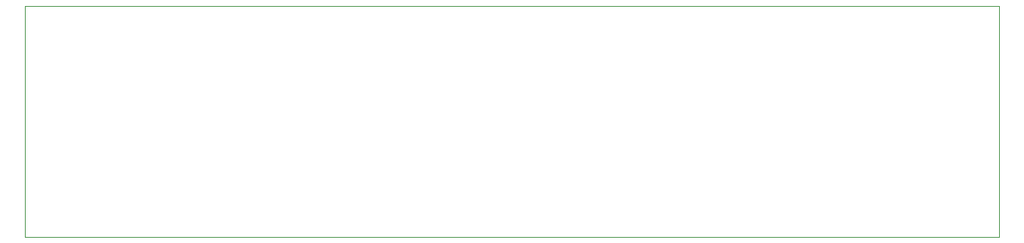
<source format=gbr>
%TF.GenerationSoftware,KiCad,Pcbnew,7.0.5*%
%TF.CreationDate,2023-10-18T15:34:20+03:00*%
%TF.ProjectId,Flashlight,466c6173-686c-4696-9768-742e6b696361,rev?*%
%TF.SameCoordinates,Original*%
%TF.FileFunction,Profile,NP*%
%FSLAX46Y46*%
G04 Gerber Fmt 4.6, Leading zero omitted, Abs format (unit mm)*
G04 Created by KiCad (PCBNEW 7.0.5) date 2023-10-18 15:34:20*
%MOMM*%
%LPD*%
G01*
G04 APERTURE LIST*
%TA.AperFunction,Profile*%
%ADD10C,0.100000*%
%TD*%
G04 APERTURE END LIST*
D10*
X81000000Y-105250000D02*
X129500000Y-105250000D01*
X190250000Y-105250000D02*
X190250000Y-131250000D01*
X81000000Y-118250000D02*
X81000000Y-131250000D01*
X81000000Y-118250000D02*
X81000000Y-105250000D01*
X129500000Y-105250000D02*
X190250000Y-105250000D01*
X122000000Y-131250000D02*
X190250000Y-131250000D01*
X81000000Y-131250000D02*
X122000000Y-131250000D01*
M02*

</source>
